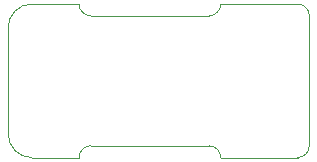
<source format=gm1>
G04 #@! TF.FileFunction,Profile,NP*
%FSLAX46Y46*%
G04 Gerber Fmt 4.6, Leading zero omitted, Abs format (unit mm)*
G04 Created by KiCad (PCBNEW 4.0.2+dfsg1-stable) date su 16. lokakuuta 2016 16.05.07*
%MOMM*%
G01*
G04 APERTURE LIST*
%ADD10C,0.100000*%
G04 APERTURE END LIST*
D10*
X140500000Y-89000000D02*
X140500000Y-78000000D01*
X133000000Y-90000000D02*
X139500000Y-90000000D01*
X133000000Y-77000000D02*
X139500000Y-77000000D01*
X140500000Y-78000000D02*
G75*
G03X139500000Y-77000000I-1000000J0D01*
G01*
X139500000Y-90000000D02*
G75*
G03X140500000Y-89000000I0J1000000D01*
G01*
X117000000Y-90000000D02*
X121000000Y-90000000D01*
X121000000Y-77000000D02*
X117000000Y-77000000D01*
X122000000Y-78000000D02*
X132000000Y-78000000D01*
X132000000Y-89000000D02*
X122000000Y-89000000D01*
X133000000Y-90000000D02*
G75*
G03X132000000Y-89000000I-1000000J0D01*
G01*
X122000000Y-89000000D02*
G75*
G03X121000000Y-90000000I0J-1000000D01*
G01*
X121000000Y-77000000D02*
G75*
G03X122000000Y-78000000I1000000J0D01*
G01*
X132000000Y-78000000D02*
G75*
G03X133000000Y-77000000I0J1000000D01*
G01*
X115000000Y-79000000D02*
X115000000Y-88000000D01*
X115000000Y-88000000D02*
G75*
G03X117000000Y-90000000I2000000J0D01*
G01*
X117000000Y-77000000D02*
G75*
G03X115000000Y-79000000I0J-2000000D01*
G01*
M02*

</source>
